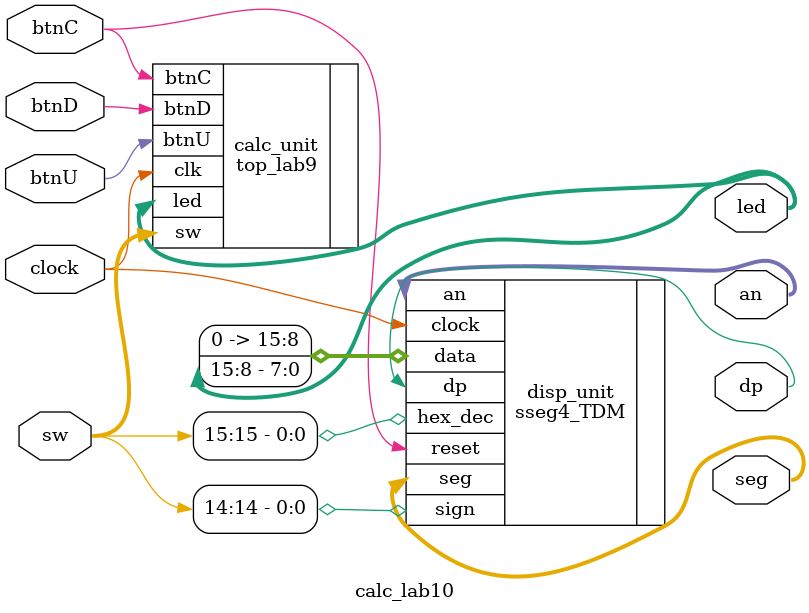
<source format=sv>


module calc_lab10(
    input btnU, btnD, clock, btnC,
    input [15:0]sw,
    output [6:0] seg,
    output [3:0] an,
    output [15:0] led,
    output dp
    );
    
    wire [7:0] ledsseg;
       
    top_lab9 calc_unit(
        .btnU(btnU), .btnD(btnD), .clk(clock), .btnC(btnC),
        .sw(sw),
        .led(led)
    );
    
    sseg4_TDM disp_unit(
        .data({8'b00000000, led[15:8]}), .hex_dec(sw[15]),
        .sign(sw[14]), .reset(btnC), .clock(clock),
        .seg(seg), .an(an), .dp(dp)
        
    );
    
endmodule

</source>
